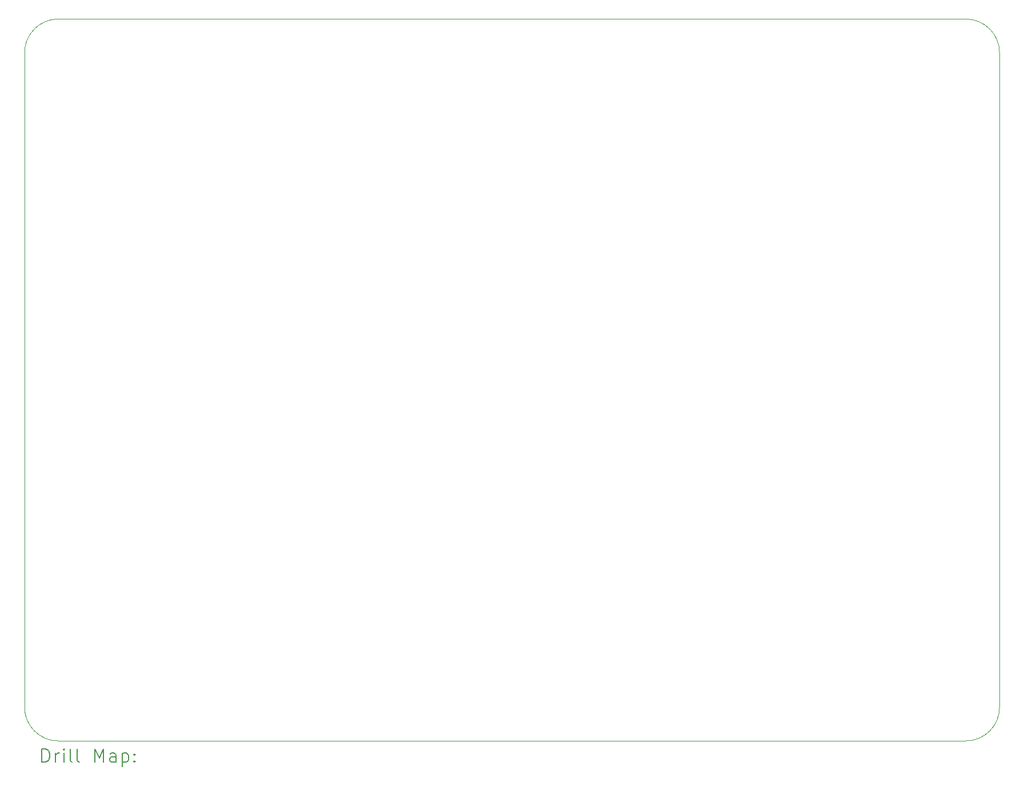
<source format=gbr>
%TF.GenerationSoftware,KiCad,Pcbnew,8.0.8*%
%TF.CreationDate,2025-03-02T04:32:36-08:00*%
%TF.ProjectId,motor_driver,6d6f746f-725f-4647-9269-7665722e6b69,rev?*%
%TF.SameCoordinates,Original*%
%TF.FileFunction,Drillmap*%
%TF.FilePolarity,Positive*%
%FSLAX45Y45*%
G04 Gerber Fmt 4.5, Leading zero omitted, Abs format (unit mm)*
G04 Created by KiCad (PCBNEW 8.0.8) date 2025-03-02 04:32:36*
%MOMM*%
%LPD*%
G01*
G04 APERTURE LIST*
%ADD10C,0.050000*%
%ADD11C,0.200000*%
G04 APERTURE END LIST*
D10*
X7700000Y-14800000D02*
X21146447Y-14800000D01*
X7200000Y-4600000D02*
X7200000Y-14300000D01*
X21146447Y-4100000D02*
X7700000Y-4100000D01*
X21646447Y-14300000D02*
X21646447Y-4600000D01*
X21146447Y-4100000D02*
G75*
G02*
X21646447Y-4600000I0J-500000D01*
G01*
X21646447Y-14300000D02*
G75*
G02*
X21146447Y-14800000I-500000J0D01*
G01*
X7700000Y-14800000D02*
G75*
G02*
X7200000Y-14300000I0J500000D01*
G01*
X7200000Y-4600000D02*
G75*
G02*
X7700000Y-4100000I500000J0D01*
G01*
D11*
X7458277Y-15113984D02*
X7458277Y-14913984D01*
X7458277Y-14913984D02*
X7505896Y-14913984D01*
X7505896Y-14913984D02*
X7534467Y-14923508D01*
X7534467Y-14923508D02*
X7553515Y-14942555D01*
X7553515Y-14942555D02*
X7563039Y-14961603D01*
X7563039Y-14961603D02*
X7572562Y-14999698D01*
X7572562Y-14999698D02*
X7572562Y-15028269D01*
X7572562Y-15028269D02*
X7563039Y-15066365D01*
X7563039Y-15066365D02*
X7553515Y-15085412D01*
X7553515Y-15085412D02*
X7534467Y-15104460D01*
X7534467Y-15104460D02*
X7505896Y-15113984D01*
X7505896Y-15113984D02*
X7458277Y-15113984D01*
X7658277Y-15113984D02*
X7658277Y-14980650D01*
X7658277Y-15018746D02*
X7667800Y-14999698D01*
X7667800Y-14999698D02*
X7677324Y-14990174D01*
X7677324Y-14990174D02*
X7696372Y-14980650D01*
X7696372Y-14980650D02*
X7715420Y-14980650D01*
X7782086Y-15113984D02*
X7782086Y-14980650D01*
X7782086Y-14913984D02*
X7772562Y-14923508D01*
X7772562Y-14923508D02*
X7782086Y-14933031D01*
X7782086Y-14933031D02*
X7791610Y-14923508D01*
X7791610Y-14923508D02*
X7782086Y-14913984D01*
X7782086Y-14913984D02*
X7782086Y-14933031D01*
X7905896Y-15113984D02*
X7886848Y-15104460D01*
X7886848Y-15104460D02*
X7877324Y-15085412D01*
X7877324Y-15085412D02*
X7877324Y-14913984D01*
X8010658Y-15113984D02*
X7991610Y-15104460D01*
X7991610Y-15104460D02*
X7982086Y-15085412D01*
X7982086Y-15085412D02*
X7982086Y-14913984D01*
X8239229Y-15113984D02*
X8239229Y-14913984D01*
X8239229Y-14913984D02*
X8305896Y-15056841D01*
X8305896Y-15056841D02*
X8372562Y-14913984D01*
X8372562Y-14913984D02*
X8372562Y-15113984D01*
X8553515Y-15113984D02*
X8553515Y-15009222D01*
X8553515Y-15009222D02*
X8543991Y-14990174D01*
X8543991Y-14990174D02*
X8524943Y-14980650D01*
X8524943Y-14980650D02*
X8486848Y-14980650D01*
X8486848Y-14980650D02*
X8467801Y-14990174D01*
X8553515Y-15104460D02*
X8534467Y-15113984D01*
X8534467Y-15113984D02*
X8486848Y-15113984D01*
X8486848Y-15113984D02*
X8467801Y-15104460D01*
X8467801Y-15104460D02*
X8458277Y-15085412D01*
X8458277Y-15085412D02*
X8458277Y-15066365D01*
X8458277Y-15066365D02*
X8467801Y-15047317D01*
X8467801Y-15047317D02*
X8486848Y-15037793D01*
X8486848Y-15037793D02*
X8534467Y-15037793D01*
X8534467Y-15037793D02*
X8553515Y-15028269D01*
X8648753Y-14980650D02*
X8648753Y-15180650D01*
X8648753Y-14990174D02*
X8667801Y-14980650D01*
X8667801Y-14980650D02*
X8705896Y-14980650D01*
X8705896Y-14980650D02*
X8724943Y-14990174D01*
X8724943Y-14990174D02*
X8734467Y-14999698D01*
X8734467Y-14999698D02*
X8743991Y-15018746D01*
X8743991Y-15018746D02*
X8743991Y-15075888D01*
X8743991Y-15075888D02*
X8734467Y-15094936D01*
X8734467Y-15094936D02*
X8724943Y-15104460D01*
X8724943Y-15104460D02*
X8705896Y-15113984D01*
X8705896Y-15113984D02*
X8667801Y-15113984D01*
X8667801Y-15113984D02*
X8648753Y-15104460D01*
X8829705Y-15094936D02*
X8839229Y-15104460D01*
X8839229Y-15104460D02*
X8829705Y-15113984D01*
X8829705Y-15113984D02*
X8820182Y-15104460D01*
X8820182Y-15104460D02*
X8829705Y-15094936D01*
X8829705Y-15094936D02*
X8829705Y-15113984D01*
X8829705Y-14990174D02*
X8839229Y-14999698D01*
X8839229Y-14999698D02*
X8829705Y-15009222D01*
X8829705Y-15009222D02*
X8820182Y-14999698D01*
X8820182Y-14999698D02*
X8829705Y-14990174D01*
X8829705Y-14990174D02*
X8829705Y-15009222D01*
M02*

</source>
